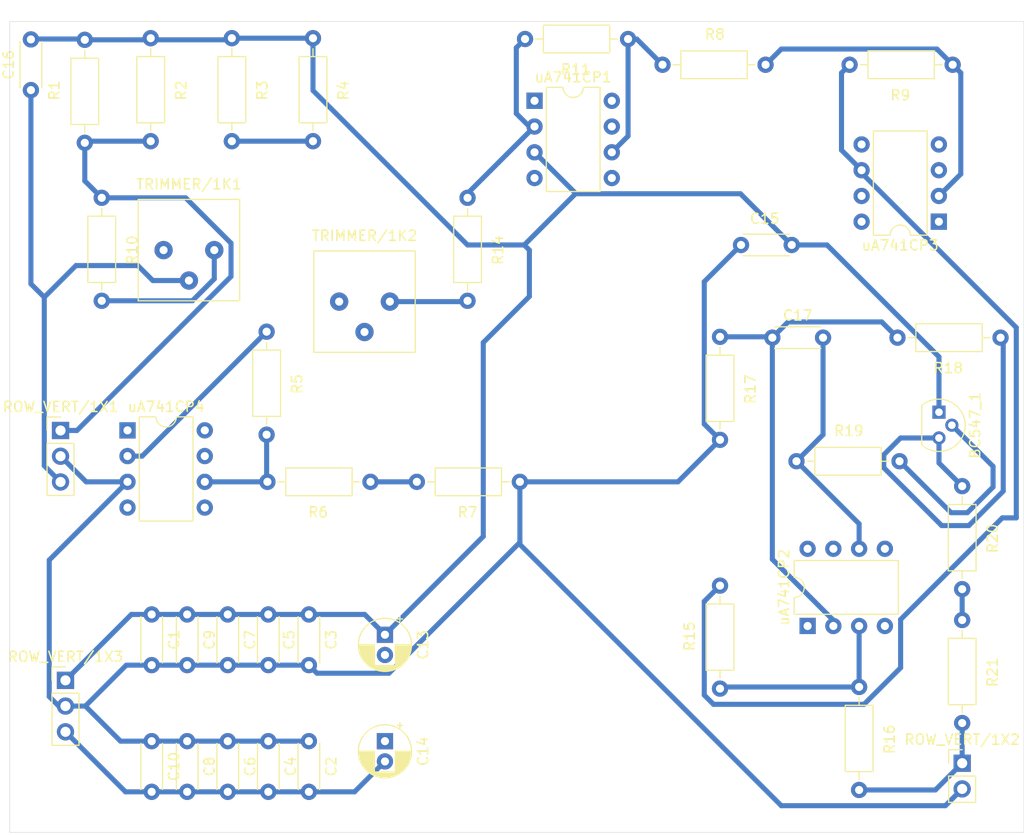
<source format=kicad_pcb>
(kicad_pcb (version 20241229) (generator "pcbnew") (generator_version "9.0")
  (layers (0 "F.Cu" signal) (2 "B.Cu" signal) (13 "F.Paste" user) (15 "B.Paste" user) (5 "F.SilkS" user "F.Silkscreen") (7 "B.SilkS" user "B.Silkscreen") (1 "F.Mask" user) (3 "B.Mask" user) (25 "Edge.Cuts" user))
  (net 0 "")
  (net 1 "Net-(BC547_1-B)")
  (net 2 "+15V")
  (net 3 "Net-(BC547_1-E)")
  (net 4 "-15V")
  (net 7 "Net-(C17-Pad2)")
  (net 8 "Net-(uA741CP2--)")
  (net 9 "Net-(R3-Pad1)")
  (net 10 "Net-(R5-Pad1)")
  (net 11 "Net-(uA741CP4--)")
  (net 12 "Net-(R6-Pad2)")
  (net 13 "Net-(R11-Pad2)")
  (net 14 "Net-(uA741CP3--)")
  (net 15 "Net-(R15-Pad1)")
  (net 16 "Net-(R10-Pad1)")
  (net 17 "Net-(uA741CP1--)")
  (net 18 "Net-(R14-Pad1)")
  (net 19 "Net-(uA741CP2-+)")
  (net 20 "Net-(R20-Pad1)")
  (footprint "VAMK_R:R3_5W" (layer "F.Cu") (at 178.816 48.768)
    (property "Reference" "R9" (at 0 3 0) (layer "F.SilkS"))
    (property "Value" "10k")
    (pad "1" thru_hole circle (at -5 0) (size 1.6 1.6) (drill 0.8) (layers "*.Cu" "*.Mask") (net 15 "Net-(R15-Pad1)"))
    (pad "2" thru_hole oval (at 5.16 0) (size 1.6 1.6) (drill 0.8) (layers "*.Cu" "*.Mask") (net 14 "Net-(uA741CP3--)"))
  )
  (footprint "VAMK_R:R3_5W" (layer "F.Cu") (at 112.904 51.308 90)
    (property "Reference" "R3" (at 0 3 90) (layer "F.SilkS"))
    (property "Value" "10k")
    (pad "1" thru_hole circle (at -5 0 90) (size 1.6 1.6) (drill 0.8) (layers "*.Cu" "*.Mask") (net 9 "Net-(R3-Pad1)"))
    (pad "2" thru_hole oval (at 5.16 0 90) (size 1.6 1.6) (drill 0.8) (layers "*.Cu" "*.Mask") (net 2 "+15V"))
  )
  (footprint "VAMK_R:R3_5W" (layer "F.Cu") (at 160.528 48.768 180)
    (property "Reference" "R8" (at 0 3 0) (layer "F.SilkS"))
    (property "Value" "10k")
    (pad "1" thru_hole circle (at -5 0 180) (size 1.6 1.6) (drill 0.8) (layers "*.Cu" "*.Mask") (net 14 "Net-(uA741CP3--)"))
    (pad "2" thru_hole oval (at 5.16 0 180) (size 1.6 1.6) (drill 0.8) (layers "*.Cu" "*.Mask") (net 13 "Net-(R11-Pad2)"))
  )
  (footprint "VAMK_C:C5_0" (layer "F.Cu") (at 116.5 103 -90)
    (property "Reference" "C5" (at 2.5 -2.05 90) (layer "F.SilkS"))
    (property "Value" "10NF_100V_CER")
    (pad "1" thru_hole circle (at 0 0 270) (size 1.6 1.6) (drill 0.8) (layers "*.Cu" "*.Mask") (net 2 "+15V"))
    (pad "2" thru_hole circle (at 5 0 270) (size 1.6 1.6) (drill 0.8) (layers "*.Cu" "*.Mask") (net 4 "-15V"))
  )
  (footprint "VAMK_C:C5_0" (layer "F.Cu") (at 120.5 103 -90)
    (property "Reference" "C3" (at 2.5 -2.2 90) (layer "F.SilkS"))
    (property "Value" "10NF_100V_CER")
    (pad "1" thru_hole circle (at 0 0 270) (size 1.6 1.6) (drill 0.8) (layers "*.Cu" "*.Mask") (net 2 "+15V"))
    (pad "2" thru_hole circle (at 5 0 270) (size 1.6 1.6) (drill 0.8) (layers "*.Cu" "*.Mask") (net 4 "-15V"))
  )
  (footprint "VAMK_R:R3_5W" (layer "F.Cu") (at 183.536 75.692)
    (property "Reference" "R18" (at 0 3 0) (layer "F.SilkS"))
    (property "Value" "150k")
    (pad "1" thru_hole circle (at -5 0) (size 1.6 1.6) (drill 0.8) (layers "*.Cu" "*.Mask") (net 8 "Net-(uA741CP2--)"))
    (pad "2" thru_hole oval (at 5.16 0) (size 1.6 1.6) (drill 0.8) (layers "*.Cu" "*.Mask") (net 3 "Net-(BC547_1-E)"))
  )
  (footprint "VAMK_C:C_P_2_0_5" (layer "F.Cu") (at 128 115.5 -90)
    (property "Reference" "C14" (at 1 -3.75 90) (layer "F.SilkS"))
    (property "Value" "4.7UF_50V_ELE")
    (pad "1" thru_hole rect (at 0 0 270) (size 1.6 1.6) (drill 0.8) (layers "*.Cu" "*.Mask"))
    (pad "2" thru_hole circle (at 2 0 270) (size 1.6 1.6) (drill 0.8) (layers "*.Cu" "*.Mask") (net 4 "-15V"))
  )
  (footprint "VAMK_C:C5_0" (layer "F.Cu") (at 93.092 51.268 90)
    (property "Reference" "C16" (at 2.5 -2.2 90) (layer "F.SilkS"))
    (property "Value" "10NF_100V_CER")
    (pad "1" thru_hole circle (at 0 0 90) (size 1.6 1.6) (drill 0.8) (layers "*.Cu" "*.Mask") (net 4 "-15V"))
    (pad "2" thru_hole circle (at 5 0 90) (size 1.6 1.6) (drill 0.8) (layers "*.Cu" "*.Mask") (net 2 "+15V"))
  )
  (footprint "VAMK_R:R3_5W" (layer "F.Cu") (at 184.912 95.504 90)
    (property "Reference" "R20" (at 0 3 90) (layer "F.SilkS"))
    (property "Value" "100R")
    (pad "1" thru_hole circle (at -5 0 90) (size 1.6 1.6) (drill 0.8) (layers "*.Cu" "*.Mask") (net 20 "Net-(R20-Pad1)"))
    (pad "2" thru_hole oval (at 5.16 0 90) (size 1.6 1.6) (drill 0.8) (layers "*.Cu" "*.Mask") (net 3 "Net-(BC547_1-E)"))
  )
  (footprint "VAMK_C:C5_0" (layer "F.Cu") (at 105 115.5 -90)
    (property "Reference" "C10" (at 2.5 -2.2 90) (layer "F.SilkS"))
    (property "Value" "10NF_100V_CER")
    (pad "1" thru_hole circle (at 0 0 270) (size 1.6 1.6) (drill 0.8) (layers "*.Cu" "*.Mask") (net 4 "-15V"))
    (pad "2" thru_hole circle (at 5 0 270) (size 1.6 1.6) (drill 0.8) (layers "*.Cu" "*.Mask") (net 4 "-15V"))
  )
  (footprint "VAMK_CON:ROW_VERT_1x2" (layer "F.Cu") (at 184.912 117.673)
    (property "Reference" "ROW_VERT/1X2" (at 0 -2.33 0) (layer "F.SilkS"))
    (property "Value" "ROW_VERT_1X2")
    (pad "1" thru_hole rect (at 0 0) (size 1.7 1.7) (drill 1) (layers "*.Cu" "*.Mask") (net 2 "+15V"))
    (pad "2" thru_hole oval (at 0 2.54) (size 1.7 1.7) (drill 1) (layers "*.Cu" "*.Mask") (net 4 "-15V"))
  )
  (footprint "VAMK_C:C_P_2_0_5" (layer "F.Cu") (at 128 105 -90)
    (property "Reference" "C13" (at 1 -3.75 90) (layer "F.SilkS"))
    (property "Value" "4.7UF_50V_ELE")
    (pad "1" thru_hole rect (at 0 0 270) (size 1.6 1.6) (drill 0.8) (layers "*.Cu" "*.Mask") (net 2 "+15V"))
    (pad "2" thru_hole circle (at 2 0 270) (size 1.6 1.6) (drill 0.8) (layers "*.Cu" "*.Mask"))
  )
  (footprint "VAMK_MISC:TRIMMER" (layer "F.Cu") (at 108.672 67.056)
    (property "Reference" "TRIMMER/1K1" (at 0 -6.5 0) (layer "F.SilkS"))
    (property "Value" "TRIMMER_1K")
    (pad "1" thru_hole circle (at -2.5 0) (size 1.8 1.8) (drill 0.8) (layers "*.Cu" "*.Mask"))
    (pad "2" thru_hole circle (at 0 3) (size 1.8 1.8) (drill 0.8) (layers "*.Cu" "*.Mask") (net 4 "-15V"))
    (pad "3" thru_hole circle (at 2.5 0) (size 1.8 1.8) (drill 0.8) (layers "*.Cu" "*.Mask") (net 16 "Net-(R10-Pad1)"))
  )
  (footprint "VAMK_R:R3_5W" (layer "F.Cu") (at 184.912 108.712 90)
    (property "Reference" "R21" (at 0 3 90) (layer "F.SilkS"))
    (property "Value" "150R")
    (pad "1" thru_hole circle (at -5 0 90) (size 1.6 1.6) (drill 0.8) (layers "*.Cu" "*.Mask") (net 2 "+15V"))
    (pad "2" thru_hole oval (at 5.16 0 90) (size 1.6 1.6) (drill 0.8) (layers "*.Cu" "*.Mask") (net 20 "Net-(R20-Pad1)"))
  )
  (footprint "VAMK_C:C5_0" (layer "F.Cu") (at 163.108 66.548)
    (property "Reference" "C15" (at 2.328 -2.592 0) (layer "F.SilkS"))
    (property "Value" "10NF_100V_CER")
    (pad "1" thru_hole circle (at 0 0) (size 1.6 1.6) (drill 0.8) (layers "*.Cu" "*.Mask") (net 4 "-15V"))
    (pad "2" thru_hole circle (at 5 0) (size 1.6 1.6) (drill 0.8) (layers "*.Cu" "*.Mask") (net 2 "+15V"))
  )
  (footprint "VAMK_IC:DIL8" (layer "F.Cu") (at 169.672 104.14 90)
    (property "Reference" "uA741CP2" (at 3.81 -2.33 90) (layer "F.SilkS"))
    (property "Value" "uA741CP_DIL8")
    (pad "1" thru_hole rect (at 0 0 90) (size 1.6 1.6) (drill 0.8) (layers "*.Cu" "*.Mask"))
    (pad "2" thru_hole oval (at 0 2.54 90) (size 1.6 1.6) (drill 0.8) (layers "*.Cu" "*.Mask") (net 8 "Net-(uA741CP2--)"))
    (pad "3" thru_hole oval (at 0 5.08 90) (size 1.6 1.6) (drill 0.8) (layers "*.Cu" "*.Mask") (net 19 "Net-(uA741CP2-+)"))
    (pad "4" thru_hole oval (at 0 7.62 90) (size 1.6 1.6) (drill 0.8) (layers "*.Cu" "*.Mask"))
    (pad "5" thru_hole oval (at 7.62 7.62 90) (size 1.6 1.6) (drill 0.8) (layers "*.Cu" "*.Mask"))
    (pad "6" thru_hole oval (at 7.62 5.08 90) (size 1.6 1.6) (drill 0.8) (layers "*.Cu" "*.Mask") (net 7 "Net-(C17-Pad2)"))
    (pad "7" thru_hole oval (at 7.62 2.54 90) (size 1.6 1.6) (drill 0.8) (layers "*.Cu" "*.Mask"))
    (pad "8" thru_hole oval (at 7.62 0 90) (size 1.6 1.6) (drill 0.8) (layers "*.Cu" "*.Mask"))
  )
  (footprint "VAMK_R:R3_5W" (layer "F.Cu") (at 104.904 51.308 90)
    (property "Reference" "R2" (at 0 3 90) (layer "F.SilkS"))
    (property "Value" "10k")
    (pad "1" thru_hole circle (at -5 0 90) (size 1.6 1.6) (drill 0.8) (layers "*.Cu" "*.Mask") (net 2 "+15V"))
    (pad "2" thru_hole oval (at 5.16 0 90) (size 1.6 1.6) (drill 0.8) (layers "*.Cu" "*.Mask") (net 2 "+15V"))
  )
  (footprint "VAMK_CON:ROW_VERT_1x3" (layer "F.Cu") (at 96.012 84.851)
    (property "Reference" "ROW_VERT/1X1" (at 0 -2.33 0) (layer "F.SilkS"))
    (property "Value" "ROW_VERT_1X3")
    (pad "1" thru_hole rect (at 0 0) (size 1.7 1.7) (drill 1) (layers "*.Cu" "*.Mask") (net 2 "+15V"))
    (pad "2" thru_hole oval (at 0 2.54) (size 1.7 1.7) (drill 1) (layers "*.Cu" "*.Mask") (net 4 "-15V"))
    (pad "3" thru_hole oval (at 0 5.08) (size 1.7 1.7) (drill 1) (layers "*.Cu" "*.Mask") (net 4 "-15V"))
  )
  (footprint "VAMK_C:C5_0" (layer "F.Cu") (at 108.5 115.5 -90)
    (property "Reference" "C8" (at 2.5 -2.2 90) (layer "F.SilkS"))
    (property "Value" "10NF_100V_CER")
    (pad "1" thru_hole circle (at 0 0 270) (size 1.6 1.6) (drill 0.8) (layers "*.Cu" "*.Mask") (net 4 "-15V"))
    (pad "2" thru_hole circle (at 5 0 270) (size 1.6 1.6) (drill 0.8) (layers "*.Cu" "*.Mask") (net 4 "-15V"))
  )
  (footprint "VAMK_R:R3_5W" (layer "F.Cu") (at 174.752 115.316 90)
    (property "Reference" "R16" (at 0 3 90) (layer "F.SilkS"))
    (property "Value" "150k")
    (pad "1" thru_hole circle (at -5 0 90) (size 1.6 1.6) (drill 0.8) (layers "*.Cu" "*.Mask") (net 2 "+15V"))
    (pad "2" thru_hole oval (at 5.16 0 90) (size 1.6 1.6) (drill 0.8) (layers "*.Cu" "*.Mask") (net 19 "Net-(uA741CP2-+)"))
  )
  (footprint "VAMK_ANA:TO-92" (layer "F.Cu") (at 182.626 83.048 -90)
    (property "Reference" "BC547_1" (at 1.29 -3.56 90) (layer "F.SilkS"))
    (property "Value" "BC547_TO92_0.1A")
    (pad "1" thru_hole rect (at 0 0 270) (size 1.3 1.3) (drill 0.75) (layers "*.Cu" "*.Mask") (net 2 "+15V"))
    (pad "2" thru_hole circle (at 1.28 -1.27 270) (size 1.3 1.3) (drill 0.75) (layers "*.Cu" "*.Mask") (net 1 "Net-(BC547_1-B)"))
    (pad "3" thru_hole circle (at 2.54 0 270) (size 1.3 1.3) (drill 0.75) (layers "*.Cu" "*.Mask") (net 3 "Net-(BC547_1-E)"))
  )
  (footprint "VAMK_C:C5_0" (layer "F.Cu") (at 116.5 115.5 -90)
    (property "Reference" "C4" (at 2.5 -2.2 90) (layer "F.SilkS"))
    (property "Value" "10NF_100V_CER")
    (pad "1" thru_hole circle (at 0 0 270) (size 1.6 1.6) (drill 0.8) (layers "*.Cu" "*.Mask") (net 4 "-15V"))
    (pad "2" thru_hole circle (at 5 0 270) (size 1.6 1.6) (drill 0.8) (layers "*.Cu" "*.Mask") (net 4 "-15V"))
  )
  (footprint "VAMK_IC:DIL8" (layer "F.Cu") (at 102.616 84.836)
    (property "Reference" "uA741CP4" (at 3.81 -2.33 0) (layer "F.SilkS"))
    (property "Value" "uA741CP_DIL8")
    (pad "1" thru_hole rect (at 0 0) (size 1.6 1.6) (drill 0.8) (layers "*.Cu" "*.Mask"))
    (pad "2" thru_hole oval (at 0 2.54) (size 1.6 1.6) (drill 0.8) (layers "*.Cu" "*.Mask") (net 11 "Net-(uA741CP4--)"))
    (pad "3" thru_hole oval (at 0 5.08) (size 1.6 1.6) (drill 0.8) (layers "*.Cu" "*.Mask") (net 4 "-15V"))
    (pad "4" thru_hole oval (at 0 7.62) (size 1.6 1.6) (drill 0.8) (layers "*.Cu" "*.Mask"))
    (pad "5" thru_hole oval (at 7.62 7.62) (size 1.6 1.6) (drill 0.8) (layers "*.Cu" "*.Mask"))
    (pad "6" thru_hole oval (at 7.62 5.08) (size 1.6 1.6) (drill 0.8) (layers "*.Cu" "*.Mask") (net 10 "Net-(R5-Pad1)"))
    (pad "7" thru_hole oval (at 7.62 2.54) (size 1.6 1.6) (drill 0.8) (layers "*.Cu" "*.Mask"))
    (pad "8" thru_hole oval (at 7.62 0) (size 1.6 1.6) (drill 0.8) (layers "*.Cu" "*.Mask"))
  )
  (footprint "VAMK_R:R3_5W" (layer "F.Cu") (at 100.076 67.056 90)
    (property "Reference" "R10" (at 0 3 90) (layer "F.SilkS"))
    (property "Value" "56R")
    (pad "1" thru_hole circle (at -5 0 90) (size 1.6 1.6) (drill 0.8) (layers "*.Cu" "*.Mask") (net 16 "Net-(R10-Pad1)"))
    (pad "2" thru_hole oval (at 5.16 0 90) (size 1.6 1.6) (drill 0.8) (layers "*.Cu" "*.Mask") (net 2 "+15V"))
  )
  (footprint "VAMK_R:R3_5W" (layer "F.Cu") (at 120.904 51.308 90)
    (property "Reference" "R4" (at 0 3 90) (layer "F.SilkS"))
    (property "Value" "10k")
    (pad "1" thru_hole circle (at -5 0 90) (size 1.6 1.6) (drill 0.8) (layers "*.Cu" "*.Mask") (net 9 "Net-(R3-Pad1)"))
    (pad "2" thru_hole oval (at 5.16 0 90) (size 1.6 1.6) (drill 0.8) (layers "*.Cu" "*.Mask") (net 2 "+15V"))
  )
  (footprint "VAMK_R:R3_5W" (layer "F.Cu") (at 98.404 51.308 -90)
    (property "Reference" "R1" (at 0 3 90) (layer "F.SilkS"))
    (property "Value" "10k")
    (pad "1" thru_hole circle (at -5 0 270) (size 1.6 1.6) (drill 0.8) (layers "*.Cu" "*.Mask") (net 2 "+15V"))
    (pad "2" thru_hole oval (at 5.16 0 270) (size 1.6 1.6) (drill 0.8) (layers "*.Cu" "*.Mask") (net 2 "+15V"))
  )
  (footprint "VAMK_C:C5_0" (layer "F.Cu") (at 120.5 115.5 -90)
    (property "Reference" "C2" (at 2.5 -2.2 90) (layer "F.SilkS"))
    (property "Value" "10NF_100V_CER")
    (pad "1" thru_hole circle (at 0 0 270) (size 1.6 1.6) (drill 0.8) (layers "*.Cu" "*.Mask") (net 4 "-15V"))
    (pad "2" thru_hole circle (at 5 0 270) (size 1.6 1.6) (drill 0.8) (layers "*.Cu" "*.Mask") (net 4 "-15V"))
  )
  (footprint "VAMK_C:C5_0" (layer "F.Cu") (at 108.5 103 -90)
    (property "Reference" "C9" (at 2.5 -2.2 90) (layer "F.SilkS"))
    (property "Value" "10NF_100V_CER")
    (pad "1" thru_hole circle (at 0 0 270) (size 1.6 1.6) (drill 0.8) (layers "*.Cu" "*.Mask") (net 2 "+15V"))
    (pad "2" thru_hole circle (at 5 0 270) (size 1.6 1.6) (drill 0.8) (layers "*.Cu" "*.Mask") (net 4 "-15V"))
  )
  (footprint "VAMK_R:R3_5W" (layer "F.Cu") (at 121.412 89.916)
    (property "Reference" "R6" (at 0 3 0) (layer "F.SilkS"))
    (property "Value" "10k")
    (pad "1" thru_hole circle (at -5 0) (size 1.6 1.6) (drill 0.8) (layers "*.Cu" "*.Mask") (net 10 "Net-(R5-Pad1)"))
    (pad "2" thru_hole oval (at 5.16 0) (size 1.6 1.6) (drill 0.8) (layers "*.Cu" "*.Mask") (net 12 "Net-(R6-Pad2)"))
  )
  (footprint "VAMK_C:C5_0" (layer "F.Cu") (at 112.5 115.5 -90)
    (property "Reference" "C6" (at 2.5 -2.2 90) (layer "F.SilkS"))
    (property "Value" "10NF_100V_CER")
    (pad "1" thru_hole circle (at 0 0 270) (size 1.6 1.6) (drill 0.8) (layers "*.Cu" "*.Mask") (net 4 "-15V"))
    (pad "2" thru_hole circle (at 5 0 270) (size 1.6 1.6) (drill 0.8) (layers "*.Cu" "*.Mask") (net 4 "-15V"))
  )
  (footprint "VAMK_R:R3_5W" (layer "F.Cu") (at 161.036 105.156 -90)
    (property "Reference" "R15" (at 0 3 90) (layer "F.SilkS"))
    (property "Value" "150k")
    (pad "1" thru_hole circle (at -5 0 270) (size 1.6 1.6) (drill 0.8) (layers "*.Cu" "*.Mask") (net 15 "Net-(R15-Pad1)"))
    (pad "2" thru_hole oval (at 5.16 0 270) (size 1.6 1.6) (drill 0.8) (layers "*.Cu" "*.Mask") (net 19 "Net-(uA741CP2-+)"))
  )
  (footprint "VAMK_R:R3_5W" (layer "F.Cu") (at 136.144 89.916)
    (property "Reference" "R7" (at 0 3 0) (layer "F.SilkS"))
    (property "Value" "10k")
    (pad "1" thru_hole circle (at -5 0) (size 1.6 1.6) (drill 0.8) (layers "*.Cu" "*.Mask") (net 12 "Net-(R6-Pad2)"))
    (pad "2" thru_hole oval (at 5.16 0) (size 1.6 1.6) (drill 0.8) (layers "*.Cu" "*.Mask") (net 4 "-15V"))
  )
  (footprint "VAMK_R:R3_5W" (layer "F.Cu") (at 116.332 80.264 90)
    (property "Reference" "R5" (at 0 3 90) (layer "F.SilkS"))
    (property "Value" "10k")
    (pad "1" thru_hole circle (at -5 0 90) (size 1.6 1.6) (drill 0.8) (layers "*.Cu" "*.Mask") (net 10 "Net-(R5-Pad1)"))
    (pad "2" thru_hole oval (at 5.16 0 90) (size 1.6 1.6) (drill 0.8) (layers "*.Cu" "*.Mask") (net 11 "Net-(uA741CP4--)"))
  )
  (footprint "VAMK_CON:ROW_VERT_1x3" (layer "F.Cu") (at 96.5 109.5)
    (property "Reference" "ROW_VERT/1X3" (at 0 -2.33 0) (layer "F.SilkS"))
    (property "Value" "ROW_VERT_1X3")
    (pad "1" thru_hole rect (at 0 0) (size 1.7 1.7) (drill 1) (layers "*.Cu" "*.Mask") (net 2 "+15V"))
    (pad "2" thru_hole oval (at 0 2.54) (size 1.7 1.7) (drill 1) (layers "*.Cu" "*.Mask") (net 4 "-15V"))
    (pad "3" thru_hole oval (at 0 5.08) (size 1.7 1.7) (drill 1) (layers "*.Cu" "*.Mask") (net 4 "-15V"))
  )
  (footprint "VAMK_IC:DIL8" (layer "F.Cu") (at 182.616 64.252 180)
    (property "Reference" "uA741CP3" (at 3.81 -2.33 0) (layer "F.SilkS"))
    (property "Value" "uA741CP_DIL8")
    (pad "1" thru_hole rect (at 0 0 180) (size 1.6 1.6) (drill 0.8) (layers "*.Cu" "*.Mask"))
    (pad "2" thru_hole oval (at 0 2.54 180) (size 1.6 1.6) (drill 0.8) (layers "*.Cu" "*.Mask") (net 14 "Net-(uA741CP3--)"))
    (pad "3" thru_hole oval (at 0 5.08 180) (size 1.6 1.6) (drill 0.8) (layers "*.Cu" "*.Mask"))
    (pad "4" thru_hole oval (at 0 7.62 180) (size 1.6 1.6) (drill 0.8) (layers "*.Cu" "*.Mask"))
    (pad "5" thru_hole oval (at 7.62 7.62 180) (size 1.6 1.6) (drill 0.8) (layers "*.Cu" "*.Mask"))
    (pad "6" thru_hole oval (at 7.62 5.08 180) (size 1.6 1.6) (drill 0.8) (layers "*.Cu" "*.Mask") (net 15 "Net-(R15-Pad1)"))
    (pad "7" thru_hole oval (at 7.62 2.54 180) (size 1.6 1.6) (drill 0.8) (layers "*.Cu" "*.Mask"))
    (pad "8" thru_hole oval (at 7.62 0 180) (size 1.6 1.6) (drill 0.8) (layers "*.Cu" "*.Mask"))
  )
  (footprint "VAMK_C:C5_0" (layer "F.Cu") (at 105 103 -90)
    (property "Reference" "C1" (at 2.5 -2.2 90) (layer "F.SilkS"))
    (property "Value" "10NF_100V_CER")
    (pad "1" thru_hole circle (at 0 0 270) (size 1.6 1.6) (drill 0.8) (layers "*.Cu" "*.Mask") (net 2 "+15V"))
    (pad "2" thru_hole circle (at 5 0 270) (size 1.6 1.6) (drill 0.8) (layers "*.Cu" "*.Mask") (net 4 "-15V"))
  )
  (footprint "VAMK_C:C5_0" (layer "F.Cu") (at 112.5 103 -90)
    (property "Reference" "C7" (at 2.5 -2.2 90) (layer "F.SilkS"))
    (property "Value" "10NF_100V_CER")
    (pad "1" thru_hole circle (at 0 0 270) (size 1.6 1.6) (drill 0.8) (layers "*.Cu" "*.Mask") (net 2 "+15V"))
    (pad "2" thru_hole circle (at 5 0 270) (size 1.6 1.6) (drill 0.8) (layers "*.Cu" "*.Mask") (net 4 "-15V"))
  )
  (footprint "VAMK_MISC:TRIMMER" (layer "F.Cu") (at 125.984 72.136)
    (property "Reference" "TRIMMER/1K2" (at 0 -6.5 0) (layer "F.SilkS"))
    (property "Value" "TRIMMER_1K")
    (pad "1" thru_hole circle (at -2.5 0) (size 1.8 1.8) (drill 0.8) (layers "*.Cu" "*.Mask"))
    (pad "2" thru_hole circle (at 0 3) (size 1.8 1.8) (drill 0.8) (layers "*.Cu" "*.Mask") (net 11 "Net-(uA741CP4--)"))
    (pad "3" thru_hole circle (at 2.5 0) (size 1.8 1.8) (drill 0.8) (layers "*.Cu" "*.Mask") (net 18 "Net-(R14-Pad1)"))
  )
  (footprint "VAMK_R:R3_5W" (layer "F.Cu") (at 173.736 87.884 180)
    (property "Reference" "R19" (at 0 3 0) (layer "F.SilkS"))
    (property "Value" "100R")
    (pad "1" thru_hole circle (at -5 0 180) (size 1.6 1.6) (drill 0.8) (layers "*.Cu" "*.Mask") (net 1 "Net-(BC547_1-B)"))
    (pad "2" thru_hole oval (at 5.16 0 180) (size 1.6 1.6) (drill 0.8) (layers "*.Cu" "*.Mask") (net 7 "Net-(C17-Pad2)"))
  )
  (footprint "VAMK_R:R3_5W" (layer "F.Cu") (at 161.036 80.772 90)
    (property "Reference" "R17" (at 0 3 90) (layer "F.SilkS"))
    (property "Value" "150k")
    (pad "1" thru_hole circle (at -5 0 90) (size 1.6 1.6) (drill 0.8) (layers "*.Cu" "*.Mask") (net 4 "-15V"))
    (pad "2" thru_hole oval (at 5.16 0 90) (size 1.6 1.6) (drill 0.8) (layers "*.Cu" "*.Mask") (net 8 "Net-(uA741CP2--)"))
  )
  (footprint "VAMK_C:C5_0" (layer "F.Cu") (at 166.196 75.692)
    (property "Reference" "C17" (at 2.5 -2.2 0) (layer "F.SilkS"))
    (property "Value" "10NF_100V_CER")
    (pad "1" thru_hole circle (at 0 0) (size 1.6 1.6) (drill 0.8) (layers "*.Cu" "*.Mask") (net 8 "Net-(uA741CP2--)"))
    (pad "2" thru_hole circle (at 5 0) (size 1.6 1.6) (drill 0.8) (layers "*.Cu" "*.Mask") (net 7 "Net-(C17-Pad2)"))
  )
  (footprint "VAMK_R:R3_5W" (layer "F.Cu") (at 136.144 67.056 90)
    (property "Reference" "R14" (at 0 3 90) (layer "F.SilkS"))
    (property "Value" "560R")
    (pad "1" thru_hole circle (at -5 0 90) (size 1.6 1.6) (drill 0.8) (layers "*.Cu" "*.Mask") (net 18 "Net-(R14-Pad1)"))
    (pad "2" thru_hole oval (at 5.16 0 90) (size 1.6 1.6) (drill 0.8) (layers "*.Cu" "*.Mask") (net 17 "Net-(uA741CP1--)"))
  )
  (footprint "VAMK_IC:DIL8" (layer "F.Cu") (at 142.748 52.324)
    (property "Reference" "uA741CP1" (at 3.81 -2.33 0) (layer "F.SilkS"))
    (property "Value" "uA741CP_DIL8")
    (pad "1" thru_hole rect (at 0 0) (size 1.6 1.6) (drill 0.8) (layers "*.Cu" "*.Mask"))
    (pad "2" thru_hole oval (at 0 2.54) (size 1.6 1.6) (drill 0.8) (layers "*.Cu" "*.Mask") (net 17 "Net-(uA741CP1--)"))
    (pad "3" thru_hole oval (at 0 5.08) (size 1.6 1.6) (drill 0.8) (layers "*.Cu" "*.Mask") (net 2 "+15V"))
    (pad "4" thru_hole oval (at 0 7.62) (size 1.6 1.6) (drill 0.8) (layers "*.Cu" "*.Mask"))
    (pad "5" thru_hole oval (at 7.62 7.62) (size 1.6 1.6) (drill 0.8) (layers "*.Cu" "*.Mask"))
    (pad "6" thru_hole oval (at 7.62 5.08) (size 1.6 1.6) (drill 0.8) (layers "*.Cu" "*.Mask") (net 13 "Net-(R11-Pad2)"))
    (pad "7" thru_hole oval (at 7.62 2.54) (size 1.6 1.6) (drill 0.8) (layers "*.Cu" "*.Mask"))
    (pad "8" thru_hole oval (at 7.62 0) (size 1.6 1.6) (drill 0.8) (layers "*.Cu" "*.Mask"))
  )
  (footprint "VAMK_R:R3_5W" (layer "F.Cu") (at 146.812 46.228)
    (property "Reference" "R11" (at 0 3 0) (layer "F.SilkS"))
    (property "Value" "10k")
    (pad "1" thru_hole circle (at -5 0) (size 1.6 1.6) (drill 0.8) (layers "*.Cu" "*.Mask") (net 17 "Net-(uA741CP1--)"))
    (pad "2" thru_hole oval (at 5.16 0) (size 1.6 1.6) (drill 0.8) (layers "*.Cu" "*.Mask") (net 13 "Net-(R11-Pad2)"))
  )
  (gr_rect (start 91 44.5) (end 191 124.5) (stroke (width 0.05)) (fill no) (layer "Edge.Cuts"))
  (segment (start 178.736 87.884) (end 183.816 92.964) (width 0.5) (layer "B.Cu") (net 1))
  (segment (start 187.96 88.392) (end 183.896 84.328) (width 0.5) (layer "B.Cu") (net 1))
  (segment (start 187.96 90.424) (end 187.96 88.392) (width 0.5) (layer "B.Cu") (net 1))
  (segment (start 185.42 92.964) (end 187.96 90.424) (width 0.5) (layer "B.Cu") (net 1))
  (segment (start 183.816 92.964) (end 185.42 92.964) (width 0.5) (layer "B.Cu") (net 1))
  (segment (start 137.695 76.173) (end 142.24 71.628) (width 0.5) (layer "B.Cu") (net 2))
  (segment (start 93.52 46.228) (end 98.324 46.228) (width 0.5) (layer "B.Cu") (net 2))
  (segment (start 128 105) (end 137.695 95.305) (width 0.5) (layer "B.Cu") (net 2))
  (segment (start 112.904 46.148) (end 112.604 46.148) (width 0.5) (layer "B.Cu") (net 2))
  (segment (start 120.904 46.148) (end 112.904 46.148) (width 0.5) (layer "B.Cu") (net 2))
  (segment (start 136.144 66.548) (end 120.904 51.308) (width 0.5) (layer "B.Cu") (net 2))
  (segment (start 128 105) (end 126 103) (width 0.5) (layer "B.Cu") (net 2))
  (segment (start 137.695 95.305) (end 137.695 76.173) (width 0.5) (layer "B.Cu") (net 2))
  (segment (start 163.055 61.495) (end 146.839 61.495) (width 0.5) (layer "B.Cu") (net 2))
  (segment (start 112.444 46.308) (end 98.404 46.308) (width 0.5) (layer "B.Cu") (net 2))
  (segment (start 120.904 51.308) (end 120.904 46.148) (width 0.5) (layer "B.Cu") (net 2))
  (segment (start 171.585446 66.548) (end 168.108 66.548) (width 0.5) (layer "B.Cu") (net 2))
  (segment (start 98.564 56.308) (end 98.404 56.468) (width 0.5) (layer "B.Cu") (net 2))
  (segment (start 100.076 61.896) (end 108.346867 61.896) (width 0.5) (layer "B.Cu") (net 2))
  (segment (start 142.24 71.628) (end 142.24 67.056) (width 0.5) (layer "B.Cu") (net 2))
  (segment (start 103 103) (end 126 103) (width 0.5) (layer "B.Cu") (net 2))
  (segment (start 96.5 109.5) (end 103 103) (width 0.5) (layer "B.Cu") (net 2))
  (segment (start 108.346867 61.896) (end 112.823 66.372133) (width 0.5) (layer "B.Cu") (net 2))
  (segment (start 146.785 61.495) (end 141.732 66.548) (width 0.5) (layer "B.Cu") (net 2))
  (segment (start 184.912 113.712) (end 184.912 117.673) (width 0.5) (layer "B.Cu") (net 2))
  (segment (start 146.839 61.495) (end 146.785 61.495) (width 0.5) (layer "B.Cu") (net 2))
  (segment (start 93.092 46.268) (end 93.48 46.268) (width 0.5) (layer "B.Cu") (net 2))
  (segment (start 168.108 66.548) (end 163.055 61.495) (width 0.5) (layer "B.Cu") (net 2))
  (segment (start 182.626 83.048) (end 182.626 77.588554) (width 0.5) (layer "B.Cu") (net 2))
  (segment (start 98.404 56.468) (end 98.404 60.224) (width 0.5) (layer "B.Cu") (net 2))
  (segment (start 98.404 60.224) (end 100.076 61.896) (width 0.5) (layer "B.Cu") (net 2))
  (segment (start 146.839 61.495) (end 142.748 57.404) (width 0.5) (layer "B.Cu") (net 2))
  (segment (start 93.48 46.268) (end 93.52 46.228) (width 0.5) (layer "B.Cu") (net 2))
  (segment (start 104.904 56.308) (end 98.564 56.308) (width 0.5) (layer "B.Cu") (net 2))
  (segment (start 112.823 69.655495) (end 97.627495 84.851) (width 0.5) (layer "B.Cu") (net 2))
  (segment (start 112.604 46.148) (end 112.444 46.308) (width 0.5) (layer "B.Cu") (net 2))
  (segment (start 174.752 120.316) (end 182.269 120.316) (width 0.5) (layer "B.Cu") (net 2))
  (segment (start 182.626 77.588554) (end 171.585446 66.548) (width 0.5) (layer "B.Cu") (net 2))
  (segment (start 141.732 66.548) (end 136.144 66.548) (width 0.5) (layer "B.Cu") (net 2))
  (segment (start 182.269 120.316) (end 184.912 117.673) (width 0.5) (layer "B.Cu") (net 2))
  (segment (start 142.24 67.056) (end 141.732 66.548) (width 0.5) (layer "B.Cu") (net 2))
  (segment (start 97.627495 84.851) (end 96.012 84.851) (width 0.5) (layer "B.Cu") (net 2))
  (segment (start 98.324 46.228) (end 98.404 46.308) (width 0.5) (layer "B.Cu") (net 2))
  (segment (start 112.823 66.372133) (end 112.823 69.655495) (width 0.5) (layer "B.Cu") (net 2))
  (segment (start 182.893017 94.234463) (end 185.565165 94.234463) (width 0.5) (layer "B.Cu") (net 3))
  (segment (start 188.961 75.957) (end 188.696 75.692) (width 0.5) (layer "B.Cu") (net 3))
  (segment (start 188.961 90.838628) (end 188.961 75.957) (width 0.5) (layer "B.Cu") (net 3))
  (segment (start 178.838554 85.588) (end 177.185 87.241554) (width 0.5) (layer "B.Cu") (net 3))
  (segment (start 177.185 87.241554) (end 177.185 88.526446) (width 0.5) (layer "B.Cu") (net 3))
  (segment (start 185.565165 94.234463) (end 188.961 90.838628) (width 0.5) (layer "B.Cu") (net 3))
  (segment (start 177.185 88.526446) (end 182.893017 94.234463) (width 0.5) (layer "B.Cu") (net 3))
  (segment (start 182.626 85.588) (end 182.626 88.058) (width 0.5) (layer "B.Cu") (net 3))
  (segment (start 182.626 85.588) (end 178.838554 85.588) (width 0.5) (layer "B.Cu") (net 3))
  (segment (start 182.626 88.058) (end 184.912 90.344) (width 0.5) (layer "B.Cu") (net 3))
  (segment (start 96.5 112.04) (end 96.54 112) (width 0.5) (layer "F.Cu") (net 4))
  (segment (start 96.012 89.931) (end 94.411 88.33) (width 0.5) (layer "B.Cu") (net 4))
  (segment (start 103.632 68.58) (end 105.108 70.056) (width 0.5) (layer "B.Cu") (net 4))
  (segment (start 97.536 68.58) (end 103.632 68.58) (width 0.5) (layer "B.Cu") (net 4))
  (segment (start 125 120.5) (end 128 117.5) (width 0.5) (layer "B.Cu") (net 4))
  (segment (start 159.485 84.221) (end 161.036 85.772) (width 0.5) (layer "B.Cu") (net 4))
  (segment (start 121.299999 108.799999) (end 120.5 108) (width 0.5) (layer "B.Cu") (net 4))
  (segment (start 102.42 120.5) (end 104.5 120.5) (width 0.5) (layer "B.Cu") (net 4))
  (segment (start 98.537 89.916) (end 102.616 89.916) (width 0.5) (layer "B.Cu") (net 4))
  (segment (start 141.304 96.092) (end 167.079 121.867) (width 0.5) (layer "B.Cu") (net 4))
  (segment (start 156.892 89.916) (end 161.036 85.772) (width 0.5) (layer "B.Cu") (net 4))
  (segment (start 96.5 114.58) (end 102.42 120.5) (width 0.5) (layer "B.Cu") (net 4))
  (segment (start 105 115.5) (end 120.5 115.5) (width 0.5) (layer "B.Cu") (net 4))
  (segment (start 167.079 121.867) (end 183.258 121.867) (width 0.5) (layer "B.Cu") (net 4))
  (segment (start 141.304 95.889446) (end 141.304 96.092) (width 0.5) (layer "B.Cu") (net 4))
  (segment (start 183.258 121.867) (end 184.912 120.213) (width 0.5) (layer "B.Cu") (net 4))
  (segment (start 96.5 112.04) (end 98.46 112.04) (width 0.5) (layer "B.Cu") (net 4))
  (segment (start 159.485 70.171) (end 159.485 84.221) (width 0.5) (layer "B.Cu") (net 4))
  (segment (start 128.393447 108.799999) (end 121.299999 108.799999) (width 0.5) (layer "B.Cu") (net 4))
  (segment (start 141.304 89.916) (end 141.304 95.889446) (width 0.5) (layer "B.Cu") (net 4))
  (segment (start 93.092 51.268) (end 93.092 70.386) (width 0.5) (layer "B.Cu") (net 4))
  (segment (start 105.108 70.056) (end 108.672 70.056) (width 0.5) (layer "B.Cu") (net 4))
  (segment (start 93.092 70.386) (end 94.411 71.705) (width 0.5) (layer "B.Cu") (net 4))
  (segment (start 101.92 115.5) (end 105 115.5) (width 0.5) (layer "B.Cu") (net 4))
  (segment (start 141.304 95.889446) (end 128.393447 108.799999) (width 0.5) (layer "B.Cu") (net 4))
  (segment (start 163.108 66.548) (end 159.485 70.171) (width 0.5) (layer "B.Cu") (net 4))
  (segment (start 96.5 112.04) (end 95.838 112.04) (width 0.5) (layer "B.Cu") (net 4))
  (segment (start 104.5 120.5) (end 125 120.5) (width 0.5) (layer "B.Cu") (net 4))
  (segment (start 94.411 71.705) (end 97.536 68.58) (width 0.5) (layer "B.Cu") (net 4))
  (segment (start 94.899 111.101) (end 94.899 97.633) (width 0.5) (layer "B.Cu") (net 4))
  (segment (start 94.899 97.633) (end 102.616 89.916) (width 0.5) (layer "B.Cu") (net 4))
  (segment (start 141.304 89.916) (end 156.892 89.916) (width 0.5) (layer "B.Cu") (net 4))
  (segment (start 102.5 108) (end 120.5 108) (width 0.5) (layer "B.Cu") (net 4))
  (segment (start 98.46 112.04) (end 101.92 115.5) (width 0.5) (layer "B.Cu") (net 4))
  (segment (start 95.838 112.04) (end 94.899 111.101) (width 0.5) (layer "B.Cu") (net 4))
  (segment (start 98.46 112.04) (end 102.5 108) (width 0.5) (layer "B.Cu") (net 4))
  (segment (start 96.012 87.391) (end 98.537 89.916) (width 0.5) (layer "B.Cu") (net 4))
  (segment (start 94.411 88.33) (end 94.411 71.705) (width 0.5) (layer "B.Cu") (net 4))
  (segment (start 168.496 87.964) (end 168.576 87.884) (width 0.5) (layer "F.Cu") (net 7))
  (segment (start 174.752 96.52) (end 174.752 94.06) (width 0.5) (layer "B.Cu") (net 7))
  (segment (start 171.196 85.264) (end 168.576 87.884) (width 0.5) (layer "B.Cu") (net 7))
  (segment (start 171.196 75.692) (end 171.196 85.264) (width 0.5) (layer "B.Cu") (net 7))
  (segment (start 174.752 94.06) (end 168.576 87.884) (width 0.5) (layer "B.Cu") (net 7))
  (segment (start 172.212 104.14) (end 172.212 103.578) (width 0.5) (layer "B.Cu") (net 8))
  (segment (start 166.196 97.562) (end 166.196 75.692) (width 0.5) (layer "B.Cu") (net 8))
  (segment (start 166.116 75.612) (end 166.196 75.692) (width 0.5) (layer "B.Cu") (net 8))
  (segment (start 176.985 74.141) (end 167.747 74.141) (width 0.5) (layer "B.Cu") (net 8))
  (segment (start 178.536 75.692) (end 176.985 74.141) (width 0.5) (layer "B.Cu") (net 8))
  (segment (start 161.036 75.612) (end 166.116 75.612) (width 0.5) (layer "B.Cu") (net 8))
  (segment (start 172.212 103.578) (end 166.196 97.562) (width 0.5) (layer "B.Cu") (net 8))
  (segment (start 167.747 74.141) (end 166.196 75.692) (width 0.5) (layer "B.Cu") (net 8))
  (segment (start 112.904 56.308) (end 120.904 56.308) (width 0.5) (layer "B.Cu") (net 9))
  (segment (start 116.332 85.264) (end 116.332 89.836) (width 0.5) (layer "B.Cu") (net 10))
  (segment (start 110.236 89.916) (end 116.412 89.916) (width 0.5) (layer "B.Cu") (net 10))
  (segment (start 116.332 89.836) (end 116.412 89.916) (width 0.5) (layer "B.Cu") (net 10))
  (segment (start 104.06 87.376) (end 116.332 75.104) (width 0.5) (layer "B.Cu") (net 11))
  (segment (start 102.616 87.376) (end 104.06 87.376) (width 0.5) (layer "B.Cu") (net 11))
  (segment (start 126.572 89.916) (end 131.144 89.916) (width 0.5) (layer "B.Cu") (net 12))
  (segment (start 151.972 46.228) (end 152.828 46.228) (width 0.5) (layer "B.Cu") (net 13))
  (segment (start 151.972 46.228) (end 151.972 55.8) (width 0.5) (layer "B.Cu") (net 13))
  (segment (start 152.828 46.228) (end 155.368 48.768) (width 0.5) (layer "B.Cu") (net 13))
  (segment (start 151.972 55.8) (end 150.368 57.404) (width 0.5) (layer "B.Cu") (net 13))
  (segment (start 184.775999 49.567999) (end 184.775999 59.552001) (width 0.5) (layer "B.Cu") (net 14))
  (segment (start 165.528 48.768) (end 167.079 47.217) (width 0.5) (layer "B.Cu") (net 14))
  (segment (start 167.079 47.217) (end 182.425 47.217) (width 0.5) (layer "B.Cu") (net 14))
  (segment (start 184.775999 59.552001) (end 182.616 61.712) (width 0.5) (layer "B.Cu") (net 14))
  (segment (start 183.976 48.768) (end 184.775999 49.567999) (width 0.5) (layer "B.Cu") (net 14))
  (segment (start 182.425 47.217) (end 183.976 48.768) (width 0.5) (layer "B.Cu") (net 14))
  (segment (start 178.843 108.258446) (end 175.234446 111.867) (width 0.5) (layer "B.Cu") (net 15))
  (segment (start 190.249 74.696) (end 190.249 93.472) (width 0.5) (layer "B.Cu") (net 15))
  (segment (start 173.016001 57.192001) (end 174.996 59.172) (width 0.5) (layer "B.Cu") (net 15))
  (segment (start 174.996 59.172) (end 174.996 59.443) (width 0.5) (layer "B.Cu") (net 15))
  (segment (start 173.016001 49.567999) (end 173.016001 57.192001) (width 0.5) (layer "B.Cu") (net 15))
  (segment (start 178.843 103.497554) (end 178.843 108.258446) (width 0.5) (layer "B.Cu") (net 15))
  (segment (start 190.249 93.472) (end 188.868554 93.472) (width 0.5) (layer "B.Cu") (net 15))
  (segment (start 160.393554 111.867) (end 159.485 110.958446) (width 0.5) (layer "B.Cu") (net 15))
  (segment (start 175.234446 111.867) (end 160.393554 111.867) (width 0.5) (layer "B.Cu") (net 15))
  (segment (start 159.485 110.958446) (end 159.485 101.707) (width 0.5) (layer "B.Cu") (net 15))
  (segment (start 188.868554 93.472) (end 178.843 103.497554) (width 0.5) (layer "B.Cu") (net 15))
  (segment (start 159.485 101.707) (end 161.036 100.156) (width 0.5) (layer "B.Cu") (net 15))
  (segment (start 174.996 59.443) (end 190.249 74.696) (width 0.5) (layer "B.Cu") (net 15))
  (segment (start 173.816 48.768) (end 173.016001 49.567999) (width 0.5) (layer "B.Cu") (net 15))
  (segment (start 109.006867 72.056) (end 111.172 69.890867) (width 0.5) (layer "B.Cu") (net 16))
  (segment (start 100.076 72.056) (end 109.006867 72.056) (width 0.5) (layer "B.Cu") (net 16))
  (segment (start 111.172 69.890867) (end 111.172 67.056) (width 0.5) (layer "B.Cu") (net 16))
  (segment (start 142.24 54.864) (end 142.748 54.864) (width 0.5) (layer "B.Cu") (net 17))
  (segment (start 136.144 61.896) (end 136.144 61.468) (width 0.5) (layer "B.Cu") (net 17))
  (segment (start 140.953 47.087) (end 140.953 53.577) (width 0.5) (layer "B.Cu") (net 17))
  (segment (start 136.144 61.468) (end 142.748 54.864) (width 0.5) (layer "B.Cu") (net 17))
  (segment (start 140.953 53.577) (end 142.24 54.864) (width 0.5) (layer "B.Cu") (net 17))
  (segment (start 141.812 46.228) (end 140.953 47.087) (width 0.5) (layer "B.Cu") (net 17))
  (segment (start 128.484 72.136) (end 136.064 72.136) (width 0.5) (layer "B.Cu") (net 18))
  (segment (start 136.064 72.136) (end 136.144 72.056) (width 0.5) (layer "B.Cu") (net 18))
  (segment (start 174.752 110.156) (end 161.196 110.156) (width 0.5) (layer "B.Cu") (net 19))
  (segment (start 174.752 110.156) (end 174.752 104.14) (width 0.5) (layer "B.Cu") (net 19))
  (segment (start 161.196 110.156) (end 161.036 110.316) (width 0.5) (layer "B.Cu") (net 19))
  (segment (start 184.912 100.504) (end 184.912 103.552) (width 0.5) (layer "B.Cu") (net 20))
)
</source>
